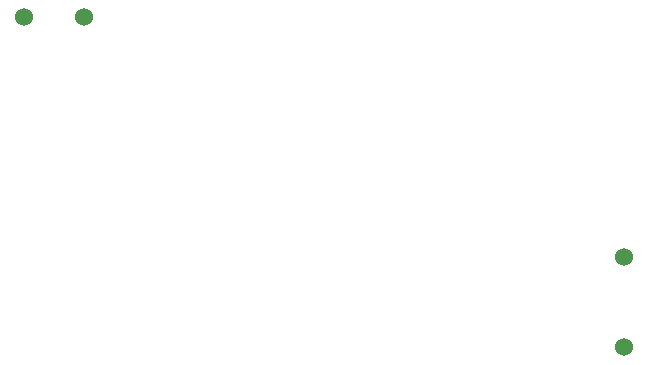
<source format=gbr>
%TF.GenerationSoftware,Altium Limited,Altium Designer,22.0.2 (36)*%
G04 Layer_Color=255*
%FSLAX26Y26*%
%MOIN*%
%TF.SameCoordinates,18AA30F0-C86B-41F5-80B4-D111BAE5B25F*%
%TF.FilePolarity,Positive*%
%TF.FileFunction,Pads,Bot*%
%TF.Part,Single*%
G01*
G75*
%TA.AperFunction,ViaPad*%
%ADD16C,0.060000*%
D16*
X6500000Y2000000D02*
D03*
Y1700000D02*
D03*
X4500000Y2800000D02*
D03*
X4700000D02*
D03*
%TF.MD5,f17d3f0e2b41250fc9026b25ee516370*%
M02*

</source>
